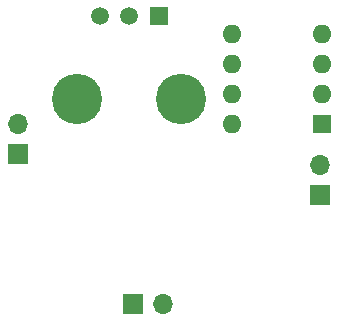
<source format=gbs>
G04 #@! TF.GenerationSoftware,KiCad,Pcbnew,(6.0.7)*
G04 #@! TF.CreationDate,2024-01-15T20:32:35-05:00*
G04 #@! TF.ProjectId,pcb_chip,7063625f-6368-4697-902e-6b696361645f,rev?*
G04 #@! TF.SameCoordinates,Original*
G04 #@! TF.FileFunction,Soldermask,Bot*
G04 #@! TF.FilePolarity,Negative*
%FSLAX46Y46*%
G04 Gerber Fmt 4.6, Leading zero omitted, Abs format (unit mm)*
G04 Created by KiCad (PCBNEW (6.0.7)) date 2024-01-15 20:32:35*
%MOMM*%
%LPD*%
G01*
G04 APERTURE LIST*
%ADD10R,1.600000X1.600000*%
%ADD11O,1.600000X1.600000*%
%ADD12R,1.500000X1.500000*%
%ADD13C,1.500000*%
%ADD14C,4.260000*%
%ADD15R,1.700000X1.700000*%
%ADD16O,1.700000X1.700000*%
G04 APERTURE END LIST*
D10*
X141173200Y-90932000D03*
D11*
X141173200Y-88392000D03*
X141173200Y-85852000D03*
X141173200Y-83312000D03*
X133553200Y-83312000D03*
X133553200Y-85852000D03*
X133553200Y-88392000D03*
X133553200Y-90932000D03*
D12*
X127341000Y-81755000D03*
D13*
X124841000Y-81755000D03*
X122341000Y-81755000D03*
D14*
X129241000Y-88755000D03*
X120441000Y-88755000D03*
D15*
X115417600Y-93477000D03*
D16*
X115417600Y-90937000D03*
D15*
X140970000Y-96906000D03*
D16*
X140970000Y-94366000D03*
D15*
X125171200Y-106172000D03*
D16*
X127711200Y-106172000D03*
M02*

</source>
